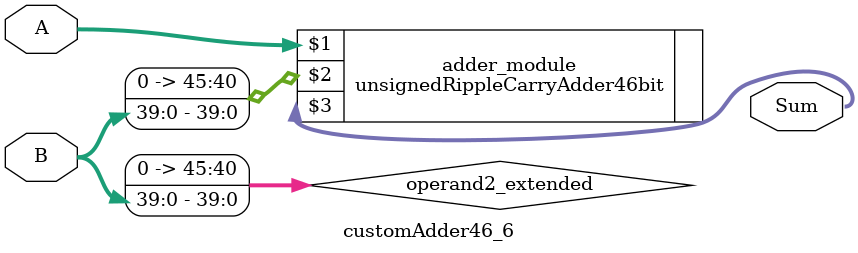
<source format=v>
module customAdder46_6(
                        input [45 : 0] A,
                        input [39 : 0] B,
                        
                        output [46 : 0] Sum
                );

        wire [45 : 0] operand2_extended;
        
        assign operand2_extended =  {6'b0, B};
        
        unsignedRippleCarryAdder46bit adder_module(
            A,
            operand2_extended,
            Sum
        );
        
        endmodule
        
</source>
